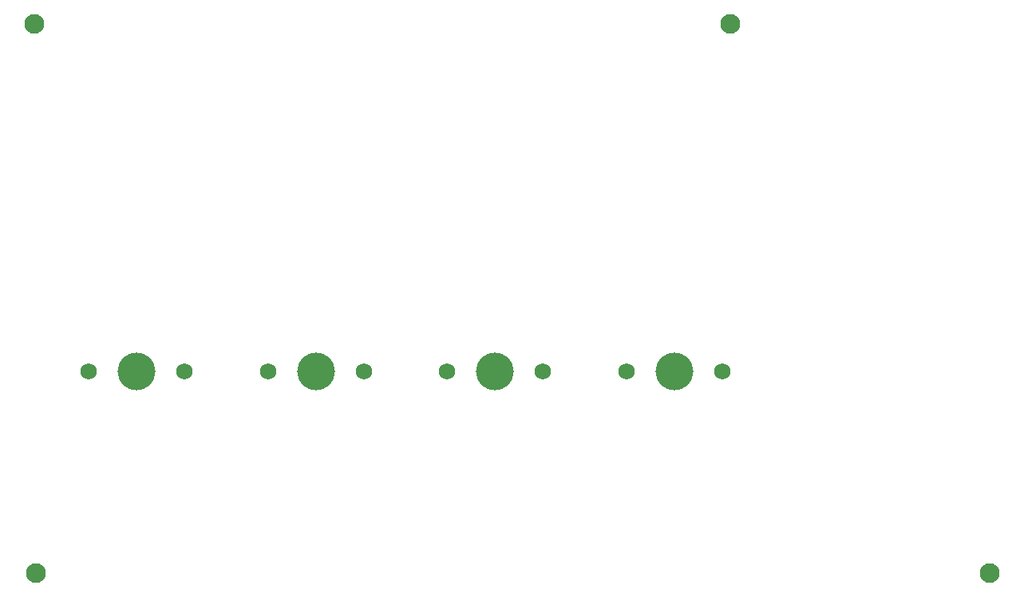
<source format=gbr>
%TF.GenerationSoftware,KiCad,Pcbnew,9.0.7*%
%TF.CreationDate,2026-02-17T21:14:05+08:00*%
%TF.ProjectId,3rd testing,33726420-7465-4737-9469-6e672e6b6963,rev?*%
%TF.SameCoordinates,Original*%
%TF.FileFunction,NonPlated,1,2,NPTH,Drill*%
%TF.FilePolarity,Positive*%
%FSLAX46Y46*%
G04 Gerber Fmt 4.6, Leading zero omitted, Abs format (unit mm)*
G04 Created by KiCad (PCBNEW 9.0.7) date 2026-02-17 21:14:05*
%MOMM*%
%LPD*%
G01*
G04 APERTURE LIST*
%TA.AperFunction,ComponentDrill*%
%ADD10C,1.750000*%
%TD*%
%TA.AperFunction,ComponentDrill*%
%ADD11C,2.100000*%
%TD*%
%TA.AperFunction,ComponentDrill*%
%ADD12C,4.000000*%
%TD*%
G04 APERTURE END LIST*
D10*
%TO.C,SW1*%
X72380000Y-85080000D03*
X82540000Y-85080000D03*
%TO.C,SW2*%
X91380000Y-85080000D03*
X101540000Y-85080000D03*
%TO.C,SW3*%
X110380000Y-85080000D03*
X120540000Y-85080000D03*
%TO.C,SW4*%
X129380000Y-85080000D03*
X139540000Y-85080000D03*
D11*
%TO.C,REF\u002A\u002A*%
X66594375Y-48170625D03*
X66744375Y-106511250D03*
X140413125Y-48170625D03*
X167947500Y-106511250D03*
D12*
%TO.C,SW1*%
X77460000Y-85080000D03*
%TO.C,SW2*%
X96460000Y-85080000D03*
%TO.C,SW3*%
X115460000Y-85080000D03*
%TO.C,SW4*%
X134460000Y-85080000D03*
M02*

</source>
